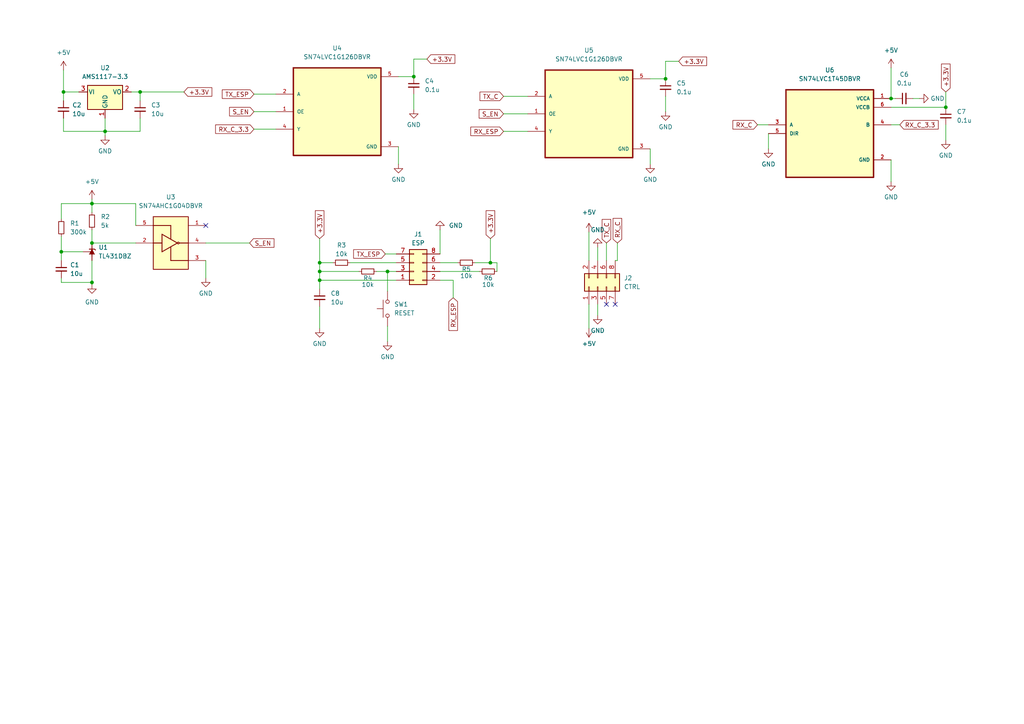
<source format=kicad_sch>
(kicad_sch (version 20230121) (generator eeschema)
  (paper "A4")
  (lib_symbols
    (symbol "Connector_Generic:Conn_02x04_Odd_Even" (pin_names (offset 1.016) hide)
      (property "Reference" "J" (at 1.27 5.08 0))
      (property "Value" "Conn_02x04_Odd_Even" (at 1.27 -7.62 0))
      (symbol "Conn_02x04_Odd_Even_1_1"
        (rectangle (start -1.27 -4.953) (end 0 -5.207) (stroke (width 0.1524)))
        (rectangle (start -1.27 -2.413) (end 0 -2.667) (stroke (width 0.1524)))
        (rectangle (start -1.27 0.127) (end 0 -0.127) (stroke (width 0.1524)))
        (rectangle (start -1.27 2.667) (end 0 2.413) (stroke (width 0.1524)))
        (rectangle (start -1.27 3.81) (end 3.81 -6.35) (stroke (width 0.254)) (fill (type background)))
        (rectangle (start 3.81 -4.953) (end 2.54 -5.207) (stroke (width 0.1524)))
        (rectangle (start 3.81 -2.413) (end 2.54 -2.667) (stroke (width 0.1524)))
        (rectangle (start 3.81 0.127) (end 2.54 -0.127) (stroke (width 0.1524)))
        (rectangle (start 3.81 2.667) (end 2.54 2.413) (stroke (width 0.1524)))
        (pin passive line (at -5.08 2.54 0) (length 3.81) (name "Pin_1") (number "1"))
        (pin passive line (at 7.62 2.54 180) (length 3.81) (name "Pin_2") (number "2"))
        (pin passive line (at -5.08 0 0) (length 3.81) (name "Pin_3") (number "3"))
        (pin passive line (at 7.62 0 180) (length 3.81) (name "Pin_4") (number "4"))
        (pin passive line (at -5.08 -2.54 0) (length 3.81) (name "Pin_5") (number "5"))
        (pin passive line (at 7.62 -2.54 180) (length 3.81) (name "Pin_6") (number "6"))
        (pin passive line (at -5.08 -5.08 0) (length 3.81) (name "Pin_7") (number "7"))
        (pin passive line (at 7.62 -5.08 180) (length 3.81) (name "Pin_8") (number "8"))
      )
    )
    (symbol "Device:C_Small" (pin_numbers hide) (pin_names (offset 0.254) hide)
      (property "Reference" "C" (at 0.254 1.778 0))
      (property "Value" "C_Small" (at 0.254 -2.032 0))
      (symbol "C_Small_0_1"
        (polyline (pts (xy -1.524 -0.508) (xy 1.524 -0.508)) (stroke (width 0.3302)))
        (polyline (pts (xy -1.524 0.508) (xy 1.524 0.508)) (stroke (width 0.3048)))
      )
      (symbol "C_Small_1_1"
        (pin passive line (at 0 2.54 270) (length 2.032) (name "~") (number "1"))
        (pin passive line (at 0 -2.54 90) (length 2.032) (name "~") (number "2"))
      )
    )
    (symbol "Device:R_Small" (pin_numbers hide) (pin_names (offset 0.254) hide)
      (property "Reference" "R" (at 0.762 0.508 0))
      (property "Value" "R_Small" (at 0.762 -1.016 0))
      (symbol "R_Small_0_1"
        (rectangle (start -0.762 1.778) (end 0.762 -1.778) (stroke (width 0.2032)))
      )
      (symbol "R_Small_1_1"
        (pin passive line (at 0 2.54 270) (length 0.762) (name "~") (number "1"))
        (pin passive line (at 0 -2.54 90) (length 0.762) (name "~") (number "2"))
      )
    )
    (symbol "Reference_Voltage:TL431DBZ" (pin_numbers hide) (pin_names hide)
      (property "Reference" "U" (at -2.54 2.54 0))
      (property "Value" "TL431DBZ" (at 0 -2.54 0))
      (symbol "TL431DBZ_0_1"
        (polyline (pts (xy -1.27 0) (xy 0 0) (xy 1.27 0)))
        (polyline (pts (xy -0.762 0.762) (xy 0.762 0) (xy -0.762 -0.762)) (fill (type outline)))
        (polyline (pts (xy 0.508 -1.016) (xy 0.762 -0.762) (xy 0.762 0.762) (xy 0.762 0.762)) (stroke (width 0.254)))
      )
      (symbol "TL431DBZ_1_1"
        (pin passive line (at 2.54 0 180) (length 2.54) (name "K") (number "1"))
        (pin passive line (at 0 2.54 270) (length 2.54) (name "REF") (number "2"))
        (pin passive line (at -2.54 0 0) (length 2.54) (name "A") (number "3"))
      )
    )
    (symbol "Regulator_Linear:AMS1117-3.3" (pin_names (offset 0.254))
      (property "Reference" "U" (at -3.81 3.175 0))
      (property "Value" "AMS1117-3.3" (at 0 3.175 0))
      (symbol "AMS1117-3.3_0_1"
        (rectangle (start -5.08 -5.08) (end 5.08 1.905) (stroke (width 0.254)) (fill (type background)))
      )
      (symbol "AMS1117-3.3_1_1"
        (pin power_in line (at 0 -7.62 90) (length 2.54) (name "GND") (number "1"))
        (pin power_out line (at 7.62 0 180) (length 2.54) (name "VO") (number "2"))
        (pin power_in line (at -7.62 0 0) (length 2.54) (name "VI") (number "3"))
      )
    )
    (symbol "SN74AHC1G04DBVR:SN74AHC1G04DBVR" (pin_names (offset 1.016))
      (property "Reference" "U" (at -5.08 8.62 0))
      (property "Value" "SN74AHC1G04DBVR" (at -5.08 -10.16 0))
      (symbol "SN74AHC1G04DBVR_0_0"
        (rectangle (start -5.08 -7.62) (end 5.08 7.62) (stroke (width 0.254)) (fill (type background)))
        (polyline (pts (xy -5.08 0) (xy -2.54 0)) (stroke (width 0.254)))
        (polyline (pts (xy -5.08 5.08) (xy 0 5.08)) (stroke (width 0.254)))
        (polyline (pts (xy -2.54 -2.54) (xy -2.54 0)) (stroke (width 0.254)))
        (polyline (pts (xy -2.54 0) (xy -2.54 2.54)) (stroke (width 0.254)))
        (polyline (pts (xy -2.54 2.54) (xy 1.905 0)) (stroke (width 0.254)))
        (polyline (pts (xy 0 -5.08) (xy 5.08 -5.08)) (stroke (width 0.254)))
        (polyline (pts (xy 0 -1.143) (xy 0 -5.08)) (stroke (width 0.254)))
        (polyline (pts (xy 0 5.08) (xy 0 1.143)) (stroke (width 0.254)))
        (polyline (pts (xy 1.905 0) (xy -2.54 -2.54)) (stroke (width 0.254)))
        (polyline (pts (xy 2.54 0) (xy 5.08 0)) (stroke (width 0.254)))
        (circle (center 2.1844 0) (radius 0.254) (stroke (width 0.254)))
        (pin passive line (at 10.16 5.08 180) (length 5.08) (name "~") (number "1"))
        (pin input line (at -10.16 0 0) (length 5.08) (name "~") (number "2"))
        (pin power_in line (at 10.16 -5.08 180) (length 5.08) (name "~") (number "3"))
        (pin output line (at 10.16 0 180) (length 5.08) (name "~") (number "4"))
        (pin power_in line (at -10.16 5.08 0) (length 5.08) (name "~") (number "5"))
      )
    )
    (symbol "SN74LVC1G126DBVR:SN74LVC1G126DBVR" (pin_names (offset 1.016))
      (property "Reference" "U" (at -12.7 13.7 0))
      (property "Value" "SN74LVC1G126DBVR" (at -12.7 -16.7 0))
      (symbol "SN74LVC1G126DBVR_0_0"
        (rectangle (start -12.7 -12.7) (end 12.7 12.7) (stroke (width 0.41)) (fill (type background)))
        (pin bidirectional line (at -17.78 0 0) (length 5.08) (name "OE") (number "1"))
        (pin bidirectional line (at -17.78 5.08 0) (length 5.08) (name "A") (number "2"))
        (pin power_in line (at 17.78 -10.16 180) (length 5.08) (name "GND") (number "3"))
        (pin bidirectional line (at -17.78 -5.08 0) (length 5.08) (name "Y") (number "4"))
        (pin power_in line (at 17.78 10.16 180) (length 5.08) (name "VDD") (number "5"))
      )
    )
    (symbol "SN74LVC1T45DBVR:SN74LVC1T45DBVR" (pin_names (offset 1.016))
      (property "Reference" "U" (at -12.7 13.7 0))
      (property "Value" "SN74LVC1T45DBVR" (at -12.7 -16.7 0))
      (symbol "SN74LVC1T45DBVR_0_0"
        (rectangle (start -12.7 -12.7) (end 12.7 12.7) (stroke (width 0.41)) (fill (type background)))
        (pin power_in line (at 17.78 10.16 180) (length 5.08) (name "VCCA") (number "1"))
        (pin power_in line (at 17.78 -7.62 180) (length 5.08) (name "GND") (number "2"))
        (pin input line (at -17.78 2.54 0) (length 5.08) (name "A") (number "3"))
        (pin output line (at 17.78 2.54 180) (length 5.08) (name "B") (number "4"))
        (pin input line (at -17.78 0 0) (length 5.08) (name "DIR") (number "5"))
        (pin power_in line (at 17.78 7.62 180) (length 5.08) (name "VCCB") (number "6"))
      )
    )
    (symbol "Switch:SW_Push" (pin_numbers hide) (pin_names (offset 1.016) hide)
      (property "Reference" "SW" (at 1.27 2.54 0))
      (property "Value" "SW_Push" (at 0 -1.524 0))
      (symbol "SW_Push_0_1"
        (circle (center -2.032 0) (radius 0.508))
        (polyline (pts (xy 0 1.27) (xy 0 3.048)))
        (polyline (pts (xy 2.54 1.27) (xy -2.54 1.27)))
        (circle (center 2.032 0) (radius 0.508))
        (pin passive line (at -5.08 0 0) (length 2.54) (name "1") (number "1"))
        (pin passive line (at 5.08 0 180) (length 2.54) (name "2") (number "2"))
      )
    )
    (symbol "power:+5V" (power) (pin_names (offset 0))
      (property "Value" "+5V" (at 0 3.556 0))
      (symbol "+5V_0_1"
        (polyline (pts (xy -0.762 1.27) (xy 0 2.54)))
        (polyline (pts (xy 0 0) (xy 0 2.54)))
        (polyline (pts (xy 0 2.54) (xy 0.762 1.27)))
      )
      (symbol "+5V_1_1"
        (pin power_in line (at 0 0 90) (length 0) hide (name "+5V") (number "1"))
      )
    )
    (symbol "power:GND" (power) (pin_names (offset 0))
      (property "Value" "GND" (at 0 -3.81 0))
      (symbol "GND_0_1"
        (polyline (pts (xy 0 0) (xy 0 -1.27) (xy 1.27 -1.27) (xy 0 -2.54) (xy -1.27 -1.27) (xy 0 -1.27)))
      )
      (symbol "GND_1_1"
        (pin power_in line (at 0 0 270) (length 0) hide (name "GND") (number "1"))
      )
    )
  )
  (junction (at 26.67 81.915))
  (junction (at 26.67 59.055))
  (junction (at 17.78 73.025))
  (junction (at 40.64 26.67))
  (junction (at 92.71 76.2))
  (junction (at 193.04 22.86))
  (junction (at 18.415 26.67))
  (junction (at 142.24 76.2))
  (junction (at 92.71 78.74))
  (junction (at 258.445 28.575))
  (junction (at 26.67 70.485))
  (junction (at 92.71 81.28))
  (junction (at 274.32 31.115))
  (junction (at 30.48 38.1))
  (junction (at 120.015 22.225))
  (junction (at 112.395 78.74))
  (no_connect (at 59.69 65.405))
  (no_connect (at 178.435 88.265))
  (no_connect (at 175.895 88.265))
  (wire (pts (xy 109.22 78.74) (xy 112.395 78.74)))
  (wire (pts (xy 258.445 19.685) (xy 258.445 28.575)))
  (wire (pts (xy 127.635 76.2) (xy 132.715 76.2)))
  (wire (pts (xy 26.67 57.785) (xy 26.67 59.055)))
  (wire (pts (xy 73.66 27.305) (xy 80.01 27.305)))
  (wire (pts (xy 73.66 32.385) (xy 80.01 32.385)))
  (wire (pts (xy 96.52 76.2) (xy 92.71 76.2)))
  (wire (pts (xy 173.355 71.755) (xy 173.355 75.565)))
  (wire (pts (xy 17.78 73.025) (xy 24.13 73.025)))
  (wire (pts (xy 18.415 34.29) (xy 18.415 38.1)))
  (wire (pts (xy 40.64 34.29) (xy 40.64 38.1)))
  (wire (pts (xy 175.895 70.485) (xy 175.895 75.565)))
  (wire (pts (xy 92.71 76.2) (xy 92.71 69.215)))
  (wire (pts (xy 127.635 66.675) (xy 127.635 73.66)))
  (wire (pts (xy 59.69 75.565) (xy 59.69 80.645)))
  (wire (pts (xy 30.48 38.1) (xy 30.48 39.37)))
  (wire (pts (xy 188.595 22.86) (xy 193.04 22.86)))
  (wire (pts (xy 274.32 31.115) (xy 258.445 31.115)))
  (wire (pts (xy 17.78 81.915) (xy 26.67 81.915)))
  (wire (pts (xy 258.445 28.575) (xy 259.715 28.575)))
  (wire (pts (xy 146.05 33.02) (xy 153.035 33.02)))
  (wire (pts (xy 188.595 43.18) (xy 188.595 47.625)))
  (wire (pts (xy 18.415 38.1) (xy 30.48 38.1)))
  (wire (pts (xy 104.14 78.74) (xy 92.71 78.74)))
  (wire (pts (xy 92.71 81.28) (xy 92.71 78.74)))
  (wire (pts (xy 219.71 36.195) (xy 222.885 36.195)))
  (wire (pts (xy 30.48 34.29) (xy 30.48 38.1)))
  (wire (pts (xy 40.64 38.1) (xy 30.48 38.1)))
  (wire (pts (xy 112.395 78.74) (xy 114.935 78.74)))
  (wire (pts (xy 18.415 20.32) (xy 18.415 26.67)))
  (wire (pts (xy 73.66 37.465) (xy 80.01 37.465)))
  (wire (pts (xy 170.815 88.265) (xy 170.815 95.25)))
  (wire (pts (xy 38.1 26.67) (xy 40.64 26.67)))
  (wire (pts (xy 179.07 75.565) (xy 178.435 75.565)))
  (wire (pts (xy 193.04 17.78) (xy 193.04 22.86)))
  (wire (pts (xy 18.415 26.67) (xy 18.415 29.21)))
  (wire (pts (xy 196.85 17.78) (xy 193.04 17.78)))
  (wire (pts (xy 144.145 76.2) (xy 142.24 76.2)))
  (wire (pts (xy 26.67 59.055) (xy 26.67 61.595)))
  (wire (pts (xy 120.015 17.145) (xy 120.015 22.225)))
  (wire (pts (xy 120.015 27.305) (xy 120.015 31.75)))
  (wire (pts (xy 146.05 27.94) (xy 153.035 27.94)))
  (wire (pts (xy 112.395 78.74) (xy 112.395 84.455)))
  (wire (pts (xy 112.395 94.615) (xy 112.395 99.06)))
  (wire (pts (xy 39.37 59.055) (xy 39.37 65.405)))
  (wire (pts (xy 72.39 70.485) (xy 59.69 70.485)))
  (wire (pts (xy 92.71 78.74) (xy 92.71 76.2)))
  (wire (pts (xy 142.24 69.215) (xy 142.24 76.2)))
  (wire (pts (xy 144.145 78.74) (xy 144.145 76.2)))
  (wire (pts (xy 146.05 38.1) (xy 153.035 38.1)))
  (wire (pts (xy 114.935 81.28) (xy 92.71 81.28)))
  (wire (pts (xy 264.795 28.575) (xy 266.7 28.575)))
  (wire (pts (xy 193.04 27.94) (xy 193.04 32.385)))
  (wire (pts (xy 173.355 88.265) (xy 173.355 91.44)))
  (wire (pts (xy 115.57 22.225) (xy 120.015 22.225)))
  (wire (pts (xy 115.57 42.545) (xy 115.57 47.625)))
  (wire (pts (xy 92.71 88.9) (xy 92.71 95.25)))
  (wire (pts (xy 26.67 75.565) (xy 26.67 81.915)))
  (wire (pts (xy 26.67 59.055) (xy 39.37 59.055)))
  (wire (pts (xy 22.86 26.67) (xy 18.415 26.67)))
  (wire (pts (xy 170.815 67.31) (xy 170.815 75.565)))
  (wire (pts (xy 17.78 59.055) (xy 17.78 63.5)))
  (wire (pts (xy 179.07 70.485) (xy 179.07 75.565)))
  (wire (pts (xy 274.32 36.195) (xy 274.32 40.64)))
  (wire (pts (xy 131.445 81.28) (xy 131.445 86.36)))
  (wire (pts (xy 40.64 26.67) (xy 40.64 29.21)))
  (wire (pts (xy 92.71 81.28) (xy 92.71 83.82)))
  (wire (pts (xy 258.445 36.195) (xy 260.985 36.195)))
  (wire (pts (xy 17.78 73.025) (xy 17.78 75.565)))
  (wire (pts (xy 17.78 68.58) (xy 17.78 73.025)))
  (wire (pts (xy 123.825 17.145) (xy 120.015 17.145)))
  (wire (pts (xy 127.635 81.28) (xy 131.445 81.28)))
  (wire (pts (xy 258.445 46.355) (xy 258.445 52.705)))
  (wire (pts (xy 111.76 73.66) (xy 114.935 73.66)))
  (wire (pts (xy 101.6 76.2) (xy 114.935 76.2)))
  (wire (pts (xy 26.67 81.915) (xy 26.67 82.55)))
  (wire (pts (xy 26.67 59.055) (xy 17.78 59.055)))
  (wire (pts (xy 26.67 70.485) (xy 39.37 70.485)))
  (wire (pts (xy 142.24 76.2) (xy 137.795 76.2)))
  (wire (pts (xy 222.885 38.735) (xy 222.885 43.18)))
  (wire (pts (xy 17.78 80.645) (xy 17.78 81.915)))
  (wire (pts (xy 26.67 66.675) (xy 26.67 70.485)))
  (wire (pts (xy 40.64 26.67) (xy 53.34 26.67)))
  (wire (pts (xy 127.635 78.74) (xy 139.065 78.74)))
  (wire (pts (xy 274.32 26.67) (xy 274.32 31.115)))
  (global_label "S_EN" (shape input) (at 146.05 33.02 180) (property "Intersheetrefs" "${INTERSHEET_REFS}" (effects hide)))
  (global_label "TX_C" (shape input) (at 146.05 27.94 180) (property "Intersheetrefs" "${INTERSHEET_REFS}" (effects hide)))
  (global_label "+3.3V" (shape input) (at 274.32 26.67 90) (property "Intersheetrefs" "${INTERSHEET_REFS}" (effects hide)))
  (global_label "RX_C" (shape input) (at 219.71 36.195 180) (property "Intersheetrefs" "${INTERSHEET_REFS}" (effects hide)))
  (global_label "TX_C" (shape input) (at 175.895 70.485 90) (property "Intersheetrefs" "${INTERSHEET_REFS}" (effects hide)))
  (global_label "RX_C" (shape input) (at 179.07 70.485 90) (property "Intersheetrefs" "${INTERSHEET_REFS}" (effects hide)))
  (global_label "+3.3V" (shape input) (at 53.34 26.67 0) (property "Intersheetrefs" "${INTERSHEET_REFS}" (effects hide)))
  (global_label "S_EN" (shape input) (at 73.66 32.385 180) (property "Intersheetrefs" "${INTERSHEET_REFS}" (effects hide)))
  (global_label "RX_C_3.3" (shape input) (at 260.985 36.195 0) (property "Intersheetrefs" "${INTERSHEET_REFS}" (effects hide)))
  (global_label "+3.3V" (shape input) (at 92.71 69.215 90) (property "Intersheetrefs" "${INTERSHEET_REFS}" (effects hide)))
  (global_label "TX_ESP" (shape input) (at 111.76 73.66 180) (property "Intersheetrefs" "${INTERSHEET_REFS}" (effects hide)))
  (global_label "RX_ESP" (shape input) (at 131.445 86.36 270) (property "Intersheetrefs" "${INTERSHEET_REFS}" (effects hide)))
  (global_label "+3.3V" (shape input) (at 196.85 17.78 0) (property "Intersheetrefs" "${INTERSHEET_REFS}" (effects hide)))
  (global_label "TX_ESP" (shape input) (at 73.66 27.305 180) (property "Intersheetrefs" "${INTERSHEET_REFS}" (effects hide)))
  (global_label "RX_ESP" (shape input) (at 146.05 38.1 180) (property "Intersheetrefs" "${INTERSHEET_REFS}" (effects hide)))
  (global_label "+3.3V" (shape input) (at 123.825 17.145 0) (property "Intersheetrefs" "${INTERSHEET_REFS}" (effects hide)))
  (global_label "+3.3V" (shape input) (at 142.24 69.215 90) (property "Intersheetrefs" "${INTERSHEET_REFS}" (effects hide)))
  (global_label "S_EN" (shape input) (at 72.39 70.485 0) (property "Intersheetrefs" "${INTERSHEET_REFS}" (effects hide)))
  (global_label "RX_C_3.3" (shape input) (at 73.66 37.465 180) (property "Intersheetrefs" "${INTERSHEET_REFS}" (effects hide)))
  (symbol (lib_id "power:+5V") (at 18.415 20.32 0) (unit 1)
    (property "Reference" "#PWR01" (effects hide))
    (property "Value" "+5V" (at 18.415 15.24 0))
  )
  (symbol (lib_id "power:GND") (at 188.595 47.625 0) (unit 1)
    (property "Reference" "#PWR010" (effects hide))
    (property "Value" "GND" (at 188.595 52.07 0))
  )
  (symbol (lib_id "Device:C_Small") (at 17.78 78.105 0) (unit 1)
    (property "Reference" "C1" (at 20.32 76.8412 0) (effects (justify left)))
    (property "Value" "10u" (at 20.32 79.3812 0) (effects (justify left)))
    (property "Footprint" "Capacitor_SMD:C_0805_2012Metric" (effects hide))
  )
  (symbol (lib_id "Switch:SW_Push") (at 112.395 89.535 90) (unit 1)
    (property "Reference" "SW1" (at 114.3 88.2649 90) (effects (justify right)))
    (property "Value" "RESET" (at 114.3 90.8049 90) (effects (justify right)))
    (property "Footprint" "Button_Switch_SMD:SW_SPST_CK_RS282G05A3" (effects hide))
  )
  (symbol (lib_id "power:+5V") (at 26.67 57.785 0) (unit 1)
    (property "Reference" "#PWR02" (effects hide))
    (property "Value" "+5V" (at 26.67 52.705 0))
  )
  (symbol (lib_id "SN74AHC1G04DBVR:SN74AHC1G04DBVR") (at 49.53 70.485 0) (unit 1)
    (property "Reference" "U3" (at 49.53 57.15 0))
    (property "Value" "SN74AHC1G04DBVR" (at 49.53 59.69 0))
    (property "Footprint" "Package_TO_SOT_SMD:SOT-23-5" (effects hide))
    (property "MAXIMUM_PACKAGE_HEIGHT" "1.45mm" (effects hide))
    (property "MANUFACTURER" "Texas Instruments" (effects hide))
    (property "PARTREV" "AD" (effects hide))
    (property "STANDARD" "IPC-7351B" (effects hide))
  )
  (symbol (lib_id "Device:C_Small") (at 18.415 31.75 0) (unit 1)
    (property "Reference" "C2" (at 20.955 30.4862 0) (effects (justify left)))
    (property "Value" "10u" (at 20.955 33.0262 0) (effects (justify left)))
    (property "Footprint" "Capacitor_SMD:C_0805_2012Metric" (effects hide))
  )
  (symbol (lib_id "Device:R_Small") (at 141.605 78.74 90) (unit 1)
    (property "Reference" "R6" (at 141.605 80.645 90))
    (property "Value" "10k" (at 141.605 82.55 90))
    (property "Footprint" "Resistor_SMD:R_0805_2012Metric" (effects hide))
  )
  (symbol (lib_id "power:GND") (at 258.445 52.705 0) (unit 1)
    (property "Reference" "#PWR014" (effects hide))
    (property "Value" "GND" (at 258.445 57.15 0))
  )
  (symbol (lib_id "SN74LVC1G126DBVR:SN74LVC1G126DBVR") (at 97.79 32.385 0) (unit 1)
    (property "Reference" "U4" (at 97.79 13.97 0))
    (property "Value" "SN74LVC1G126DBVR" (at 97.79 16.51 0))
    (property "Footprint" "Package_TO_SOT_SMD:SOT-23-5" (effects hide))
  )
  (symbol (lib_id "SN74LVC1G126DBVR:SN74LVC1G126DBVR") (at 170.815 33.02 0) (unit 1)
    (property "Reference" "U5" (at 170.815 14.605 0))
    (property "Value" "SN74LVC1G126DBVR" (at 170.815 17.145 0))
    (property "Footprint" "Package_TO_SOT_SMD:SOT-23-5" (effects hide))
  )
  (symbol (lib_id "Device:R_Small") (at 106.68 78.74 90) (unit 1)
    (property "Reference" "R4" (at 106.68 80.645 90))
    (property "Value" "10k" (at 106.68 82.55 90))
    (property "Footprint" "Resistor_SMD:R_0805_2012Metric" (effects hide))
  )
  (symbol (lib_id "Device:C_Small") (at 274.32 33.655 0) (unit 1)
    (property "Reference" "C7" (at 277.495 32.3912 0) (effects (justify left)))
    (property "Value" "0.1u" (at 277.495 34.9312 0) (effects (justify left)))
    (property "Footprint" "Capacitor_SMD:C_0805_2012Metric" (effects hide))
  )
  (symbol (lib_id "Connector_Generic:Conn_02x04_Odd_Even") (at 120.015 78.74 0) (mirror x) (unit 1)
    (property "Reference" "J1" (at 121.285 67.945 0))
    (property "Value" "ESP" (at 121.285 70.485 0))
    (property "Footprint" "Connector_PinSocket_2.54mm:PinSocket_2x04_P2.54mm_Vertical" (effects hide))
  )
  (symbol (lib_id "power:+5V") (at 170.815 95.25 180) (unit 1)
    (property "Reference" "#PWR018" (effects hide))
    (property "Value" "+5V" (at 170.815 99.695 0))
  )
  (symbol (lib_id "Device:C_Small") (at 92.71 86.36 0) (unit 1)
    (property "Reference" "C8" (at 95.885 85.0962 0) (effects (justify left)))
    (property "Value" "10u" (at 95.885 87.6362 0) (effects (justify left)))
    (property "Footprint" "Capacitor_SMD:C_0805_2012Metric" (effects hide))
  )
  (symbol (lib_id "power:GND") (at 120.015 31.75 0) (unit 1)
    (property "Reference" "#PWR08" (effects hide))
    (property "Value" "GND" (at 120.015 36.195 0))
  )
  (symbol (lib_id "power:GND") (at 274.32 40.64 0) (unit 1)
    (property "Reference" "#PWR016" (effects hide))
    (property "Value" "GND" (at 274.32 45.085 0))
  )
  (symbol (lib_id "Reference_Voltage:TL431DBZ") (at 26.67 73.025 90) (unit 1)
    (property "Reference" "U1" (at 28.575 71.7549 90) (effects (justify right)))
    (property "Value" "TL431DBZ" (at 28.575 74.2949 90) (effects (justify right)))
    (property "Footprint" "Package_TO_SOT_SMD:SOT-23" (effects hide))
    (property "Datasheet" "http://www.ti.com/lit/ds/symlink/tl431.pdf" (effects hide))
  )
  (symbol (lib_id "power:GND") (at 222.885 43.18 0) (unit 1)
    (property "Reference" "#PWR012" (effects hide))
    (property "Value" "GND" (at 222.885 47.625 0))
  )
  (symbol (lib_id "power:GND") (at 266.7 28.575 90) (unit 1)
    (property "Reference" "#PWR015" (effects hide))
    (property "Value" "GND" (at 269.875 28.5749 90) (effects (justify right)))
  )
  (symbol (lib_id "power:+5V") (at 170.815 67.31 0) (unit 1)
    (property "Reference" "#PWR017" (effects hide))
    (property "Value" "+5V" (at 170.815 61.595 0))
  )
  (symbol (lib_id "Regulator_Linear:AMS1117-3.3") (at 30.48 26.67 0) (unit 1)
    (property "Reference" "U2" (at 30.48 19.685 0))
    (property "Value" "AMS1117-3.3" (at 30.48 22.225 0))
    (property "Footprint" "Package_TO_SOT_SMD:SOT-223-3_TabPin2" (effects hide))
    (property "Datasheet" "http://www.advanced-monolithic.com/pdf/ds1117.pdf" (effects hide))
  )
  (symbol (lib_id "power:GND") (at 193.04 32.385 0) (unit 1)
    (property "Reference" "#PWR011" (effects hide))
    (property "Value" "GND" (at 193.04 36.83 0))
  )
  (symbol (lib_id "Device:C_Small") (at 120.015 24.765 0) (unit 1)
    (property "Reference" "C4" (at 123.19 23.5012 0) (effects (justify left)))
    (property "Value" "0.1u" (at 123.19 26.0412 0) (effects (justify left)))
    (property "Footprint" "Capacitor_SMD:C_0805_2012Metric" (effects hide))
  )
  (symbol (lib_id "power:GND") (at 127.635 66.675 180) (unit 1)
    (property "Reference" "#PWR09" (effects hide))
    (property "Value" "GND" (at 130.175 65.4049 0) (effects (justify right)))
  )
  (symbol (lib_id "Device:C_Small") (at 262.255 28.575 90) (unit 1)
    (property "Reference" "C6" (at 262.2613 21.59 90))
    (property "Value" "0.1u" (at 262.2613 24.13 90))
    (property "Footprint" "Capacitor_SMD:C_0805_2012Metric" (effects hide))
  )
  (symbol (lib_id "power:GND") (at 26.67 82.55 0) (unit 1)
    (property "Reference" "#PWR03" (effects hide))
    (property "Value" "GND" (at 26.67 87.63 0))
  )
  (symbol (lib_id "power:GND") (at 115.57 47.625 0) (unit 1)
    (property "Reference" "#PWR07" (effects hide))
    (property "Value" "GND" (at 115.57 52.07 0))
  )
  (symbol (lib_id "Device:R_Small") (at 17.78 66.04 0) (unit 1)
    (property "Reference" "R1" (at 20.32 64.7699 0) (effects (justify left)))
    (property "Value" "300k" (at 20.32 67.3099 0) (effects (justify left)))
    (property "Footprint" "Resistor_SMD:R_0805_2012Metric" (effects hide))
  )
  (symbol (lib_id "power:GND") (at 59.69 80.645 0) (unit 1)
    (property "Reference" "#PWR05" (effects hide))
    (property "Value" "GND" (at 59.69 85.09 0))
  )
  (symbol (lib_id "Device:C_Small") (at 40.64 31.75 0) (unit 1)
    (property "Reference" "C3" (at 43.815 30.4862 0) (effects (justify left)))
    (property "Value" "10u" (at 43.815 33.0262 0) (effects (justify left)))
    (property "Footprint" "Capacitor_SMD:C_0805_2012Metric" (effects hide))
  )
  (symbol (lib_id "Device:R_Small") (at 26.67 64.135 0) (unit 1)
    (property "Reference" "R2" (at 29.21 62.8649 0) (effects (justify left)))
    (property "Value" "5k" (at 29.21 65.4049 0) (effects (justify left)))
    (property "Footprint" "Resistor_SMD:R_0805_2012Metric" (effects hide))
  )
  (symbol (lib_id "power:+5V") (at 258.445 19.685 0) (unit 1)
    (property "Reference" "#PWR013" (effects hide))
    (property "Value" "+5V" (at 258.445 14.605 0))
  )
  (symbol (lib_id "Connector_Generic:Conn_02x04_Odd_Even") (at 173.355 83.185 90) (unit 1)
    (property "Reference" "J2" (at 180.975 80.6449 90) (effects (justify right)))
    (property "Value" "CTRL" (at 180.975 83.1849 90) (effects (justify right)))
    (property "Footprint" "Connector_IDC:IDC-Header_2x04_P2.54mm_Horizontal" (effects hide))
  )
  (symbol (lib_id "power:GND") (at 173.355 91.44 0) (unit 1)
    (property "Reference" "#PWR020" (effects hide))
    (property "Value" "GND" (at 173.355 95.885 0))
  )
  (symbol (lib_id "SN74LVC1T45DBVR:SN74LVC1T45DBVR") (at 240.665 38.735 0) (unit 1)
    (property "Reference" "U6" (at 240.665 20.32 0))
    (property "Value" "SN74LVC1T45DBVR" (at 240.665 22.86 0))
    (property "Footprint" "Package_TO_SOT_SMD:SOT-23-6" (effects hide))
  )
  (symbol (lib_id "power:GND") (at 112.395 99.06 0) (unit 1)
    (property "Reference" "#PWR06" (effects hide))
    (property "Value" "GND" (at 112.395 103.505 0))
  )
  (symbol (lib_id "power:GND") (at 30.48 39.37 0) (unit 1)
    (property "Reference" "#PWR04" (effects hide))
    (property "Value" "GND" (at 30.48 43.815 0))
  )
  (symbol (lib_id "Device:R_Small") (at 135.255 76.2 90) (unit 1)
    (property "Reference" "R5" (at 135.255 78.105 90))
    (property "Value" "10k" (at 135.255 80.01 90))
    (property "Footprint" "Resistor_SMD:R_0805_2012Metric" (effects hide))
  )
  (symbol (lib_id "power:GND") (at 92.71 95.25 0) (unit 1)
    (property "Reference" "#PWR021" (effects hide))
    (property "Value" "GND" (at 92.71 99.695 0))
  )
  (symbol (lib_id "Device:C_Small") (at 193.04 25.4 0) (unit 1)
    (property "Reference" "C5" (at 196.215 24.1362 0) (effects (justify left)))
    (property "Value" "0.1u" (at 196.215 26.6762 0) (effects (justify left)))
    (property "Footprint" "Capacitor_SMD:C_0805_2012Metric" (effects hide))
  )
  (symbol (lib_id "Device:R_Small") (at 99.06 76.2 90) (unit 1)
    (property "Reference" "R3" (at 99.06 71.12 90))
    (property "Value" "10k" (at 99.06 73.66 90))
    (property "Footprint" "Resistor_SMD:R_0805_2012Metric" (effects hide))
  )
  (symbol (lib_id "power:GND") (at 173.355 71.755 180) (unit 1)
    (property "Reference" "#PWR019" (effects hide))
    (property "Value" "GND" (at 173.355 66.675 0))
  )
)
</source>
